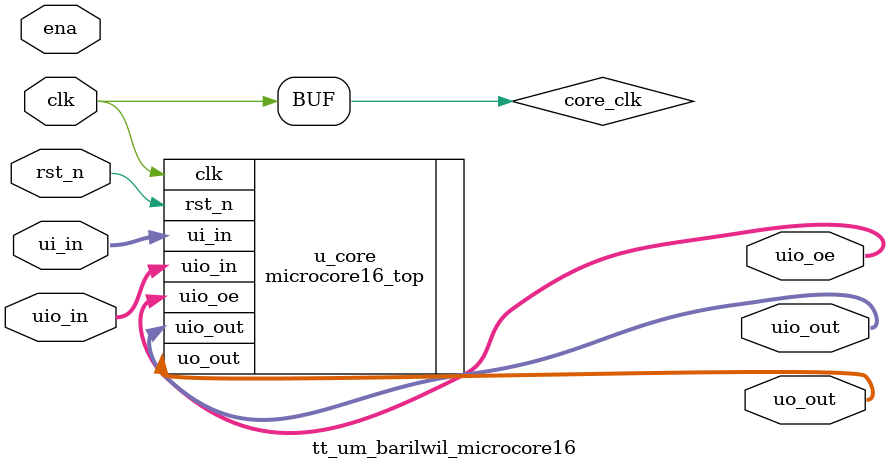
<source format=sv>
`timescale 1ns/1ps

module tt_um_barilwil_microcore16 (
  input  wire        clk,
  input  wire        rst_n,
  input  wire        ena,

  input  wire [7:0]  ui_in,
  output wire [7:0]  uo_out,

  input  wire [7:0]  uio_in,
  output wire [7:0]  uio_out,
  output wire [7:0]  uio_oe
);

  // If you want the core to halt when not enabled, you can gate the clock or
  // add an enable input to microcore16_top. For now we just ignore `ena`,
  // which is acceptable in Tiny Tapeout projects.
  wire core_clk = clk;

  microcore16_top u_core (
    .clk    (core_clk),
    .rst_n  (rst_n),

    .ui_in  (ui_in),
    .uo_out (uo_out),
    .uio_in (uio_in),
    .uio_out(uio_out),
    .uio_oe (uio_oe)
  );

endmodule

</source>
